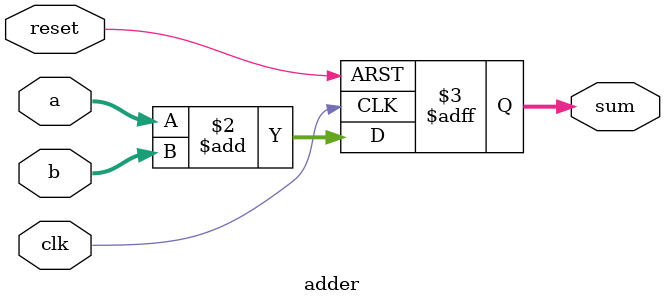
<source format=v>
module adder(
    input wire clk,
    input wire reset,
    input wire [3:0] a,
    input wire [3:0] b,
    output reg [4:0] sum
);
    always @(posedge clk or posedge reset) begin
        if (reset)
            sum <= 0;
        else
            sum <= a + b;
    end
endmodule

</source>
